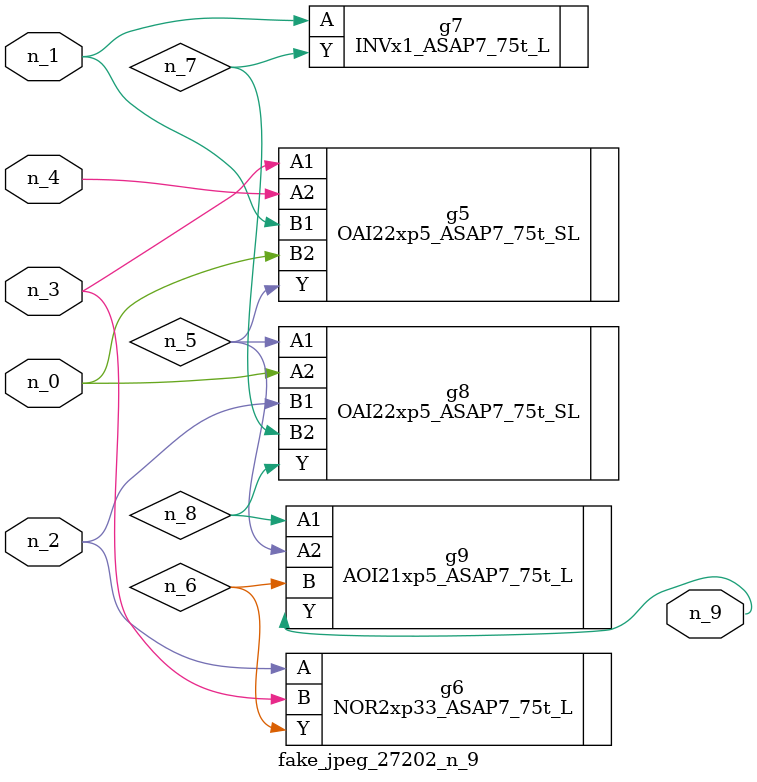
<source format=v>
module fake_jpeg_27202_n_9 (n_3, n_2, n_1, n_0, n_4, n_9);

input n_3;
input n_2;
input n_1;
input n_0;
input n_4;

output n_9;

wire n_8;
wire n_6;
wire n_5;
wire n_7;

OAI22xp5_ASAP7_75t_SL g5 ( 
.A1(n_3),
.A2(n_4),
.B1(n_1),
.B2(n_0),
.Y(n_5)
);

NOR2xp33_ASAP7_75t_L g6 ( 
.A(n_2),
.B(n_3),
.Y(n_6)
);

INVx1_ASAP7_75t_L g7 ( 
.A(n_1),
.Y(n_7)
);

OAI22xp5_ASAP7_75t_SL g8 ( 
.A1(n_5),
.A2(n_0),
.B1(n_2),
.B2(n_7),
.Y(n_8)
);

AOI21xp5_ASAP7_75t_L g9 ( 
.A1(n_8),
.A2(n_5),
.B(n_6),
.Y(n_9)
);


endmodule
</source>
